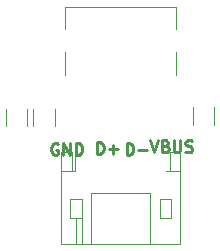
<source format=gbr>
%TF.GenerationSoftware,KiCad,Pcbnew,(6.0.5-0)*%
%TF.CreationDate,2022-07-07T23:10:34-07:00*%
%TF.ProjectId,usb_type_c,7573625f-7479-4706-955f-632e6b696361,rev?*%
%TF.SameCoordinates,Original*%
%TF.FileFunction,Legend,Top*%
%TF.FilePolarity,Positive*%
%FSLAX46Y46*%
G04 Gerber Fmt 4.6, Leading zero omitted, Abs format (unit mm)*
G04 Created by KiCad (PCBNEW (6.0.5-0)) date 2022-07-07 23:10:34*
%MOMM*%
%LPD*%
G01*
G04 APERTURE LIST*
%ADD10C,0.250000*%
%ADD11C,0.120000*%
G04 APERTURE END LIST*
D10*
X100499047Y-68634380D02*
X100499047Y-67634380D01*
X100737142Y-67634380D01*
X100880000Y-67682000D01*
X100975238Y-67777238D01*
X101022857Y-67872476D01*
X101070476Y-68062952D01*
X101070476Y-68205809D01*
X101022857Y-68396285D01*
X100975238Y-68491523D01*
X100880000Y-68586761D01*
X100737142Y-68634380D01*
X100499047Y-68634380D01*
X101499047Y-68253428D02*
X102260952Y-68253428D01*
X94674095Y-67682000D02*
X94578857Y-67634380D01*
X94436000Y-67634380D01*
X94293142Y-67682000D01*
X94197904Y-67777238D01*
X94150285Y-67872476D01*
X94102666Y-68062952D01*
X94102666Y-68205809D01*
X94150285Y-68396285D01*
X94197904Y-68491523D01*
X94293142Y-68586761D01*
X94436000Y-68634380D01*
X94531238Y-68634380D01*
X94674095Y-68586761D01*
X94721714Y-68539142D01*
X94721714Y-68205809D01*
X94531238Y-68205809D01*
X95150285Y-68634380D02*
X95150285Y-67634380D01*
X95721714Y-68634380D01*
X95721714Y-67634380D01*
X96197904Y-68634380D02*
X96197904Y-67634380D01*
X96436000Y-67634380D01*
X96578857Y-67682000D01*
X96674095Y-67777238D01*
X96721714Y-67872476D01*
X96769333Y-68062952D01*
X96769333Y-68205809D01*
X96721714Y-68396285D01*
X96674095Y-68491523D01*
X96578857Y-68586761D01*
X96436000Y-68634380D01*
X96197904Y-68634380D01*
X102490666Y-67406380D02*
X102824000Y-68406380D01*
X103157333Y-67406380D01*
X103824000Y-67882571D02*
X103966857Y-67930190D01*
X104014476Y-67977809D01*
X104062095Y-68073047D01*
X104062095Y-68215904D01*
X104014476Y-68311142D01*
X103966857Y-68358761D01*
X103871619Y-68406380D01*
X103490666Y-68406380D01*
X103490666Y-67406380D01*
X103824000Y-67406380D01*
X103919238Y-67454000D01*
X103966857Y-67501619D01*
X104014476Y-67596857D01*
X104014476Y-67692095D01*
X103966857Y-67787333D01*
X103919238Y-67834952D01*
X103824000Y-67882571D01*
X103490666Y-67882571D01*
X104490666Y-67406380D02*
X104490666Y-68215904D01*
X104538285Y-68311142D01*
X104585904Y-68358761D01*
X104681142Y-68406380D01*
X104871619Y-68406380D01*
X104966857Y-68358761D01*
X105014476Y-68311142D01*
X105062095Y-68215904D01*
X105062095Y-67406380D01*
X105490666Y-68358761D02*
X105633523Y-68406380D01*
X105871619Y-68406380D01*
X105966857Y-68358761D01*
X106014476Y-68311142D01*
X106062095Y-68215904D01*
X106062095Y-68120666D01*
X106014476Y-68025428D01*
X105966857Y-67977809D01*
X105871619Y-67930190D01*
X105681142Y-67882571D01*
X105585904Y-67834952D01*
X105538285Y-67787333D01*
X105490666Y-67692095D01*
X105490666Y-67596857D01*
X105538285Y-67501619D01*
X105585904Y-67454000D01*
X105681142Y-67406380D01*
X105919238Y-67406380D01*
X106062095Y-67454000D01*
X97988047Y-68562380D02*
X97988047Y-67562380D01*
X98226142Y-67562380D01*
X98369000Y-67610000D01*
X98464238Y-67705238D01*
X98511857Y-67800476D01*
X98559476Y-67990952D01*
X98559476Y-68133809D01*
X98511857Y-68324285D01*
X98464238Y-68419523D01*
X98369000Y-68514761D01*
X98226142Y-68562380D01*
X97988047Y-68562380D01*
X98988047Y-68181428D02*
X99749952Y-68181428D01*
X99369000Y-68562380D02*
X99369000Y-67800476D01*
D11*
%TO.C,R1*%
X107910000Y-66077064D02*
X107910000Y-64622936D01*
X106090000Y-66077064D02*
X106090000Y-64622936D01*
%TO.C,R3*%
X90290000Y-64762936D02*
X90290000Y-66217064D01*
X92110000Y-64762936D02*
X92110000Y-66217064D01*
%TO.C,R2*%
X94410000Y-66227064D02*
X94410000Y-64772936D01*
X92590000Y-66227064D02*
X92590000Y-64772936D01*
%TO.C,J4*%
X96140000Y-69995000D02*
X95860000Y-69995000D01*
X95700000Y-72355000D02*
X95700000Y-73955000D01*
X95700000Y-73955000D02*
X96700000Y-73955000D01*
X97500000Y-71855000D02*
X102500000Y-71855000D01*
X105060000Y-76215000D02*
X105060000Y-68395000D01*
X94940000Y-76215000D02*
X105060000Y-76215000D01*
X94940000Y-68395000D02*
X94940000Y-76215000D01*
X104300000Y-73955000D02*
X103300000Y-73955000D01*
X103300000Y-73955000D02*
X103300000Y-72355000D01*
X94940000Y-69995000D02*
X95860000Y-69995000D01*
X105060000Y-69995000D02*
X104140000Y-69995000D01*
X102500000Y-71855000D02*
X102500000Y-76215000D01*
X95860000Y-68395000D02*
X94940000Y-68395000D01*
X104300000Y-72355000D02*
X104300000Y-73955000D01*
X95860000Y-69995000D02*
X95860000Y-68395000D01*
X96140000Y-69995000D02*
X96140000Y-68780000D01*
X96700000Y-73955000D02*
X96700000Y-76215000D01*
X96700000Y-72355000D02*
X95700000Y-72355000D01*
X103300000Y-72355000D02*
X104300000Y-72355000D01*
X105060000Y-68395000D02*
X104140000Y-68395000D01*
X96200000Y-73955000D02*
X96200000Y-76215000D01*
X104140000Y-69995000D02*
X103860000Y-69995000D01*
X96700000Y-73955000D02*
X96700000Y-72355000D01*
X104140000Y-68395000D02*
X104140000Y-69995000D01*
X97500000Y-76215000D02*
X97500000Y-71855000D01*
%TO.C,J2*%
X104700000Y-58000000D02*
X104700000Y-56100000D01*
X95300000Y-58000000D02*
X95300000Y-56100000D01*
X95300000Y-61900000D02*
X95300000Y-59900000D01*
X104700000Y-56100000D02*
X95300000Y-56100000D01*
X104700000Y-61900000D02*
X104700000Y-59900000D01*
%TD*%
M02*

</source>
